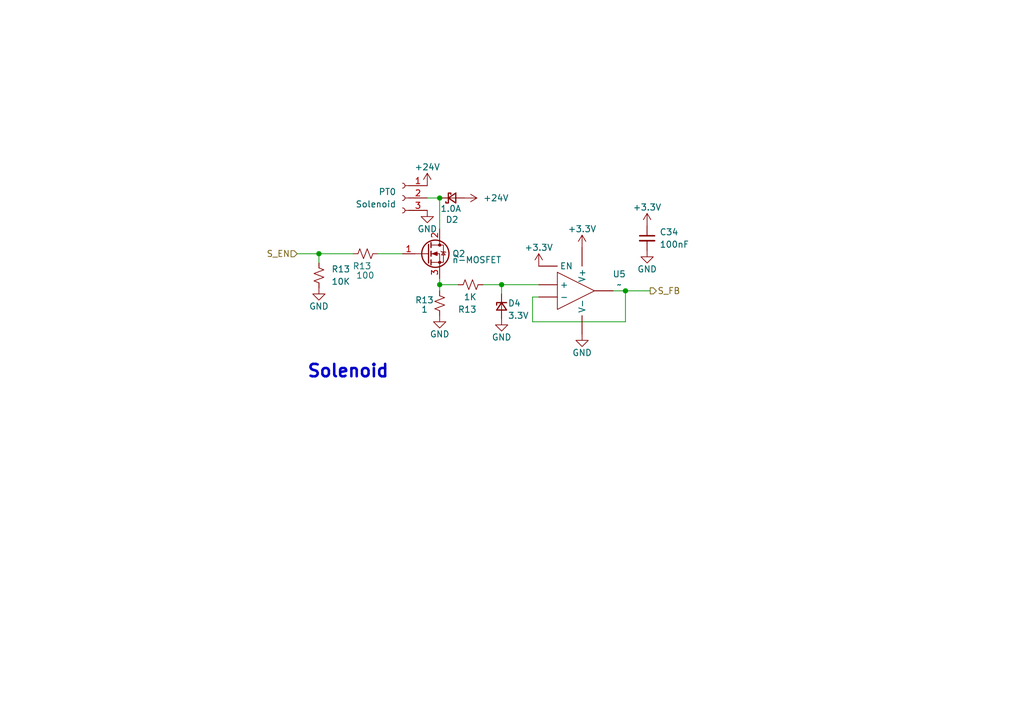
<source format=kicad_sch>
(kicad_sch (version 20230121) (generator eeschema)
  (paper "A5")
  (lib_symbols
    (symbol "UCIRP-KiCAD-Lib:C_Small" (pin_numbers hide) (pin_names (offset 0.254) hide)
      (property "Reference" "C" (at 0.254 1.778 0))
      (property "Value" "C_Small" (at 0.254 -2.032 0))
      (symbol "C_Small_0_1"
        (polyline (pts (xy -1.524 -0.508) (xy 1.524 -0.508)) (stroke (width 0.3302)))
        (polyline (pts (xy -1.524 0.508) (xy 1.524 0.508)) (stroke (width 0.3048)))
      )
      (symbol "C_Small_1_1"
        (pin passive line (at 0 2.54 270) (length 2.032) (name "~") (number "1"))
        (pin passive line (at 0 -2.54 90) (length 2.032) (name "~") (number "2"))
      )
    )
    (symbol "UCIRP-KiCAD-Lib:Conn_01x03_Female" (pin_names (offset 1.016) hide)
      (property "Reference" "J" (at 0 5.08 0))
      (property "Value" "Conn_01x03_Female" (at 0 -5.08 0))
      (symbol "Conn_01x03_Female_1_1"
        (arc (start 0 -2.032) (mid -0.5058 -2.54) (end 0 -3.048) (stroke (width 0.1524)))
        (polyline (pts (xy -1.27 -2.54) (xy -0.508 -2.54)) (stroke (width 0.1524)))
        (polyline (pts (xy -1.27 0) (xy -0.508 0)) (stroke (width 0.1524)))
        (polyline (pts (xy -1.27 2.54) (xy -0.508 2.54)) (stroke (width 0.1524)))
        (arc (start 0 0.508) (mid -0.5058 0) (end 0 -0.508) (stroke (width 0.1524)))
        (arc (start 0 3.048) (mid -0.5058 2.54) (end 0 2.032) (stroke (width 0.1524)))
        (pin passive line (at -5.08 2.54 0) (length 3.81) (name "Pin_1") (number "1"))
        (pin passive line (at -5.08 0 0) (length 3.81) (name "Pin_2") (number "2"))
        (pin passive line (at -5.08 -2.54 0) (length 3.81) (name "Pin_3") (number "3"))
      )
    )
    (symbol "UCIRP-KiCAD-Lib:D_Schottky_Small" (pin_numbers hide) (pin_names (offset 0.254) hide)
      (property "Reference" "D" (at -1.27 2.032 0))
      (property "Value" "D_Schottky_Small" (at -7.112 -2.032 0))
      (symbol "D_Schottky_Small_0_1"
        (polyline (pts (xy -0.762 0) (xy 0.762 0)))
        (polyline (pts (xy 0.762 -1.016) (xy -0.762 0) (xy 0.762 1.016) (xy 0.762 -1.016)) (stroke (width 0.254)))
        (polyline (pts (xy -1.27 0.762) (xy -1.27 1.016) (xy -0.762 1.016) (xy -0.762 -1.016) (xy -0.254 -1.016) (xy -0.254 -0.762)) (stroke (width 0.254)))
      )
      (symbol "D_Schottky_Small_1_1"
        (pin passive line (at -2.54 0 0) (length 1.778) (name "K") (number "1"))
        (pin passive line (at 2.54 0 180) (length 1.778) (name "A") (number "2"))
      )
    )
    (symbol "UCIRP-KiCAD-Lib:D_Zener_Small" (pin_numbers hide) (pin_names (offset 0.254) hide)
      (property "Reference" "D" (at 0 2.286 0))
      (property "Value" "D_Zener_Small" (at 0 -2.286 0))
      (symbol "D_Zener_Small_0_1"
        (polyline (pts (xy 0.762 0) (xy -0.762 0)))
        (polyline (pts (xy -0.254 1.016) (xy -0.762 1.016) (xy -0.762 -1.016)) (stroke (width 0.254)))
        (polyline (pts (xy 0.762 1.016) (xy -0.762 0) (xy 0.762 -1.016) (xy 0.762 1.016)) (stroke (width 0.254)))
      )
      (symbol "D_Zener_Small_1_1"
        (pin passive line (at -2.54 0 0) (length 1.778) (name "K") (number "1"))
        (pin passive line (at 2.54 0 180) (length 1.778) (name "A") (number "2"))
      )
    )
    (symbol "UCIRP-KiCAD-Lib:OPA357" (pin_numbers hide)
      (property "Reference" "U" (at 8.89 7.62 0))
      (property "Value" "OPA357" (at 8.89 5.08 0))
      (symbol "OPA357_0_1"
        (polyline (pts (xy -2.54 3.81) (xy -2.54 -3.81) (xy 5.08 0) (xy -2.54 3.81)) (stroke (width 0.1524)))
      )
      (symbol "OPA357_1_1"
        (pin output line (at 8.89 0 180) (length 3.81) (name "") (number "1"))
        (pin power_in line (at 2.54 -8.89 90) (length 3.81) (name "V-") (number "2"))
        (pin input line (at -6.35 1.27 0) (length 3.81) (name "+") (number "3"))
        (pin input line (at -6.35 -1.27 0) (length 3.81) (name "-") (number "4"))
        (pin input line (at -6.35 5.08 0) (length 3.81) (name "EN") (number "5"))
        (pin power_in line (at 2.54 8.89 270) (length 3.81) (name "V+") (number "6"))
      )
    )
    (symbol "UCIRP-KiCAD-Lib:Q_NMOS_GDS" (pin_names (offset 0) hide)
      (property "Reference" "Q" (at 5.08 1.27 0))
      (property "Value" "Q_NMOS_GDS" (at 5.08 -1.27 0))
      (symbol "Q_NMOS_GDS_0_1"
        (polyline (pts (xy 0.254 0) (xy -2.54 0)))
        (polyline (pts (xy 0.254 1.905) (xy 0.254 -1.905)) (stroke (width 0.254)))
        (polyline (pts (xy 0.762 -1.27) (xy 0.762 -2.286)) (stroke (width 0.254)))
        (polyline (pts (xy 0.762 0.508) (xy 0.762 -0.508)) (stroke (width 0.254)))
        (polyline (pts (xy 0.762 2.286) (xy 0.762 1.27)) (stroke (width 0.254)))
        (polyline (pts (xy 2.54 2.54) (xy 2.54 1.778)))
        (polyline (pts (xy 2.54 -2.54) (xy 2.54 0) (xy 0.762 0)))
        (polyline (pts (xy 0.762 -1.778) (xy 3.302 -1.778) (xy 3.302 1.778) (xy 0.762 1.778)))
        (polyline (pts (xy 1.016 0) (xy 2.032 0.381) (xy 2.032 -0.381) (xy 1.016 0)) (fill (type outline)))
        (polyline (pts (xy 2.794 0.508) (xy 2.921 0.381) (xy 3.683 0.381) (xy 3.81 0.254)))
        (polyline (pts (xy 3.302 0.381) (xy 2.921 -0.254) (xy 3.683 -0.254) (xy 3.302 0.381)))
        (circle (center 1.651 0) (radius 2.794) (stroke (width 0.254)))
        (circle (center 2.54 -1.778) (radius 0.254) (fill (type outline)))
        (circle (center 2.54 1.778) (radius 0.254) (fill (type outline)))
      )
      (symbol "Q_NMOS_GDS_1_1"
        (pin input line (at -5.08 0 0) (length 2.54) (name "G") (number "1"))
        (pin passive line (at 2.54 5.08 270) (length 2.54) (name "D") (number "2"))
        (pin passive line (at 2.54 -5.08 90) (length 2.54) (name "S") (number "3"))
      )
    )
    (symbol "UCIRP-KiCAD-Lib:R_Small_US" (pin_numbers hide) (pin_names (offset 0.254) hide)
      (property "Reference" "R" (at 0.762 0.508 0))
      (property "Value" "R_Small_US" (at 0.762 -1.016 0))
      (symbol "R_Small_US_1_1"
        (polyline (pts (xy 0 0) (xy 1.016 -0.381) (xy 0 -0.762) (xy -1.016 -1.143) (xy 0 -1.524)))
        (polyline (pts (xy 0 1.524) (xy 1.016 1.143) (xy 0 0.762) (xy -1.016 0.381) (xy 0 0)))
        (pin passive line (at 0 2.54 270) (length 1.016) (name "~") (number "1"))
        (pin passive line (at 0 -2.54 90) (length 1.016) (name "~") (number "2"))
      )
    )
    (symbol "power:+24V" (power) (pin_names (offset 0))
      (property "Value" "+24V" (at 0 3.556 0))
      (symbol "+24V_0_1"
        (polyline (pts (xy -0.762 1.27) (xy 0 2.54)))
        (polyline (pts (xy 0 0) (xy 0 2.54)))
        (polyline (pts (xy 0 2.54) (xy 0.762 1.27)))
      )
      (symbol "+24V_1_1"
        (pin power_in line (at 0 0 90) (length 0) hide (name "+24V") (number "1"))
      )
    )
    (symbol "power:+3.3V" (power) (pin_names (offset 0))
      (property "Value" "+3.3V" (at 0 3.556 0))
      (symbol "+3.3V_0_1"
        (polyline (pts (xy -0.762 1.27) (xy 0 2.54)))
        (polyline (pts (xy 0 0) (xy 0 2.54)))
        (polyline (pts (xy 0 2.54) (xy 0.762 1.27)))
      )
      (symbol "+3.3V_1_1"
        (pin power_in line (at 0 0 90) (length 0) hide (name "+3.3V") (number "1"))
      )
    )
    (symbol "power:GND" (power) (pin_names (offset 0))
      (property "Value" "GND" (at 0 -3.81 0))
      (symbol "GND_0_1"
        (polyline (pts (xy 0 0) (xy 0 -1.27) (xy 1.27 -1.27) (xy 0 -2.54) (xy -1.27 -1.27) (xy 0 -1.27)))
      )
      (symbol "GND_1_1"
        (pin power_in line (at 0 0 270) (length 0) hide (name "GND") (number "1"))
      )
    )
  )
  (junction (at 90.17 40.64))
  (junction (at 90.17 58.42))
  (junction (at 65.405 52.07))
  (junction (at 128.27 59.69))
  (junction (at 102.87 58.42))
  (wire (pts (xy 60.96 52.07) (xy 65.405 52.07)))
  (wire (pts (xy 102.87 58.42) (xy 110.49 58.42)))
  (wire (pts (xy 109.22 60.96) (xy 109.22 66.04)))
  (wire (pts (xy 87.63 40.64) (xy 90.17 40.64)))
  (wire (pts (xy 109.22 60.96) (xy 110.49 60.96)))
  (wire (pts (xy 128.27 59.69) (xy 133.35 59.69)))
  (wire (pts (xy 102.87 58.42) (xy 102.87 60.325)))
  (wire (pts (xy 90.17 58.42) (xy 90.17 59.69)))
  (wire (pts (xy 65.405 52.07) (xy 65.405 53.975)))
  (wire (pts (xy 90.17 58.42) (xy 93.98 58.42)))
  (wire (pts (xy 77.47 52.07) (xy 82.55 52.07)))
  (wire (pts (xy 128.27 66.04) (xy 128.27 59.69)))
  (wire (pts (xy 128.27 59.69) (xy 125.73 59.69)))
  (wire (pts (xy 65.405 52.07) (xy 72.39 52.07)))
  (wire (pts (xy 90.17 40.64) (xy 90.17 46.99)))
  (wire (pts (xy 109.22 66.04) (xy 128.27 66.04)))
  (wire (pts (xy 99.06 58.42) (xy 102.87 58.42)))
  (wire (pts (xy 90.17 57.15) (xy 90.17 58.42)))
  (text "Solenoid\n\n" (at 62.865 81.915 0) (effects (font (size 2.55 2.55) (thickness 0.51) bold) (justify left bottom)))
  (hierarchical_label "S_FB" (shape output) (at 133.35 59.69 0))
  (hierarchical_label "S_EN" (shape input) (at 60.96 52.07 180))
  (symbol (lib_id "UCIRP-KiCAD-Lib:R_Small_US") (at 74.93 52.07 90) (unit 1)
    (property "Reference" "R13" (at 76.2 54.61 90) (effects (justify left)))
    (property "Value" "100" (at 76.835 56.515 90) (effects (justify left)))
    (property "Footprint" "Resistor_SMD:R_0402_1005Metric" (effects hide))
    (property "Manufacturer" "Generic" (effects hide))
    (property "Part #" "Generic 100 0402 Resistor" (effects hide))
    (instances (project "ECU_2.0_Proto1" (path "" (reference "R13") (unit 1))) (project "ECU" (path "" (reference "R16") (unit 1))) (project "PT_reading" (path "" (reference "R19") (unit 1))) (project "rocket2-gse" (path "" (reference "R9") (unit 1))) (project "ECU_1.0_Final" (path "" (reference "R4") (unit 1))) (project "rocket2-gse-hardware" (path "" (reference "R3") (unit 1)) (path "" (reference "R7") (unit 1)) (path "" (reference "R11") (unit 1)) (path "" (reference "R15") (unit 1)) (path "" (reference "R19") (unit 1)) (path "" (reference "R23") (unit 1)) (path "" (reference "R27") (unit 1)) (path "" (reference "R31") (unit 1)) (path "" (reference "R35") (unit 1))))
  )
  (symbol (lib_id "power:GND") (at 90.17 64.77 0) (unit 1)
    (property "Reference" "#PWR0129" (effects hide))
    (property "Value" "GND" (at 90.17 68.58 0))
    (instances (project "ECU_2.0_Proto1" (path "" (reference "#PWR0129") (unit 1))) (project "ECU" (path "" (reference "#PWR098") (unit 1))) (project "PT_reading" (path "" (reference "#PWR02") (unit 1))) (project "rocket2-gse" (path "" (reference "#PWR053") (unit 1))) (project "ECU_1.0_Final" (path "" (reference "#PWR030") (unit 1))) (project "rocket2-gse-hardware" (path "" (reference "#PWR03") (unit 1)) (path "" (reference "#PWR013") (unit 1)) (path "" (reference "#PWR023") (unit 1)) (path "" (reference "#PWR033") (unit 1)) (path "" (reference "#PWR043") (unit 1)) (path "" (reference "#PWR053") (unit 1)) (path "" (reference "#PWR063") (unit 1)) (path "" (reference "#PWR0184") (unit 1)) (path "" (reference "#PWR073") (unit 1))))
  )
  (symbol (lib_id "power:+3.3V") (at 119.38 50.8 0) (unit 1)
    (property "Reference" "#PWR066" (effects hide))
    (property "Value" "+3.3V" (at 119.38 46.99 0))
    (instances (project "rocket2-gse" (path "" (reference "#PWR066") (unit 1))) (project "ECU_1.0_Final" (path "" (reference "#PWR032") (unit 1))) (project "rocket2-gse-hardware" (path "" (reference "#PWR07") (unit 1)) (path "" (reference "#PWR017") (unit 1)) (path "" (reference "#PWR027") (unit 1)) (path "" (reference "#PWR037") (unit 1)) (path "" (reference "#PWR047") (unit 1)) (path "" (reference "#PWR057") (unit 1)) (path "" (reference "#PWR067") (unit 1)) (path "" (reference "#PWR0225") (unit 1)) (path "" (reference "#PWR077") (unit 1))))
  )
  (symbol (lib_id "power:+3.3V") (at 110.49 54.61 0) (unit 1)
    (property "Reference" "#PWR061" (effects hide))
    (property "Value" "+3.3V" (at 110.49 50.8 0))
    (instances (project "rocket2-gse" (path "" (reference "#PWR061") (unit 1))) (project "ECU_1.0_Final" (path "" (reference "#PWR022") (unit 1))) (project "rocket2-gse-hardware" (path "" (reference "#PWR06") (unit 1)) (path "" (reference "#PWR016") (unit 1)) (path "" (reference "#PWR026") (unit 1)) (path "" (reference "#PWR036") (unit 1)) (path "" (reference "#PWR046") (unit 1)) (path "" (reference "#PWR056") (unit 1)) (path "" (reference "#PWR066") (unit 1)) (path "" (reference "#PWR0226") (unit 1)) (path "" (reference "#PWR076") (unit 1))))
  )
  (symbol (lib_id "UCIRP-KiCAD-Lib:OPA357") (at 116.84 59.69 0) (unit 1)
    (property "Reference" "U5" (at 127 56.2611 0))
    (property "Value" "~" (at 127 58.42 0))
    (property "Footprint" "Package_TO_SOT_SMD:SOT-23-6" (effects hide))
    (property "Datasheet" "https://rocelec.widen.net/view/pdf/tqd35j5qps/opa2357.pdf?t.download=true&u=5oefqw" (effects hide))
    (property "Manufacturer" "TI" (effects hide))
    (property "Part #" "OPA357AIDBVT" (effects hide))
    (instances (project "rocket2-gse" (path "" (reference "U5") (unit 1))) (project "ECU_1.0_Final" (path "" (reference "U2") (unit 1))) (project "rocket2-gse-hardware" (path "" (reference "U2") (unit 1)) (path "" (reference "U3") (unit 1)) (path "" (reference "U4") (unit 1)) (path "" (reference "U5") (unit 1)) (path "" (reference "U6") (unit 1)) (path "" (reference "U7") (unit 1)) (path "" (reference "U8") (unit 1)) (path "" (reference "U9") (unit 1)) (path "" (reference "U10") (unit 1))))
  )
  (symbol (lib_id "UCIRP-KiCAD-Lib:R_Small_US") (at 65.405 56.515 0) (unit 1)
    (property "Reference" "R13" (at 67.945 55.245 0) (effects (justify left)))
    (property "Value" "10K" (at 67.945 57.785 0) (effects (justify left)))
    (property "Footprint" "Resistor_SMD:R_0402_1005Metric" (effects hide))
    (property "Manufacturer" "Generic" (effects hide))
    (property "Part #" "Generic 10K 0402 Resistor" (effects hide))
    (instances (project "ECU_2.0_Proto1" (path "" (reference "R13") (unit 1))) (project "ECU" (path "" (reference "R16") (unit 1))) (project "PT_reading" (path "" (reference "R19") (unit 1))) (project "rocket2-gse" (path "" (reference "R9") (unit 1))) (project "ECU_1.0_Final" (path "" (reference "R4") (unit 1))) (project "rocket2-gse-hardware" (path "" (reference "R2") (unit 1)) (path "" (reference "R6") (unit 1)) (path "" (reference "R10") (unit 1)) (path "" (reference "R14") (unit 1)) (path "" (reference "R18") (unit 1)) (path "" (reference "R22") (unit 1)) (path "" (reference "R26") (unit 1)) (path "" (reference "R30") (unit 1)) (path "" (reference "R34") (unit 1))))
  )
  (symbol (lib_id "UCIRP-KiCAD-Lib:Q_NMOS_GDS") (at 87.63 52.07 0) (unit 1)
    (property "Reference" "Q2" (at 92.71 52.07 0) (effects (justify left)))
    (property "Value" "n-MOSFET" (at 92.71 53.34 0) (effects (justify left)))
    (property "Footprint" "Package_TO_SOT_SMD:SOT-23-3" (effects hide))
    (property "Datasheet" "https://www.diodes.com/assets/Datasheets/DMG3402L.pdf" (effects hide))
    (property "Manufacturer" "Diodes" (effects hide))
    (property "Part #" "DMG3402L" (effects hide))
    (instances (project "ECU" (path "" (reference "Q2") (unit 1))) (project "rocket2-gse" (path "" (reference "Q2") (unit 1))) (project "ECU_1.0_Final" (path "" (reference "Q1") (unit 1))) (project "rocket2-gse-hardware" (path "" (reference "Q1") (unit 1)) (path "" (reference "Q2") (unit 1)) (path "" (reference "Q3") (unit 1)) (path "" (reference "Q4") (unit 1)) (path "" (reference "Q5") (unit 1)) (path "" (reference "Q6") (unit 1)) (path "" (reference "Q7") (unit 1)) (path "" (reference "Q8") (unit 1)) (path "" (reference "Q9") (unit 1))))
  )
  (symbol (lib_id "power:+24V") (at 87.63 38.1 0) (unit 1)
    (property "Reference" "#PWR055" (effects hide))
    (property "Value" "+24V" (at 87.63 34.29 0))
    (instances (project "rocket2-gse" (path "" (reference "#PWR055") (unit 1))) (project "ECU_1.0_Final" (path "" (reference "#PWR020") (unit 1))) (project "rocket2-gse-hardware" (path "" (reference "#PWR04") (unit 1)) (path "" (reference "#PWR014") (unit 1)) (path "" (reference "#PWR024") (unit 1)) (path "" (reference "#PWR034") (unit 1)) (path "" (reference "#PWR044") (unit 1)) (path "" (reference "#PWR054") (unit 1)) (path "" (reference "#PWR064") (unit 1)) (path "" (reference "#PWR0228") (unit 1)) (path "" (reference "#PWR074") (unit 1))))
  )
  (symbol (lib_id "UCIRP-KiCAD-Lib:C_Small") (at 132.715 48.895 0) (unit 1)
    (property "Reference" "C34" (at 135.255 47.625 0) (effects (justify left)))
    (property "Value" "100nF" (at 135.255 50.165 0) (effects (justify left)))
    (property "Footprint" "Capacitor_SMD:C_0402_1005Metric" (effects hide))
    (property "Manufacturer" "Generic" (effects hide))
    (property "Part #" "Generic 100nF 0402 Capacitor" (effects hide))
    (instances (project "ECU_2.0_Proto1" (path "" (reference "C34") (unit 1))) (project "ECU" (path "" (reference "C15") (unit 1))) (project "PT_reading" (path "" (reference "C13") (unit 1))) (project "rocket2-gse" (path "" (reference "C12") (unit 1))) (project "ECU_1.0_Final" (path "" (reference "C11") (unit 1))) (project "rocket2-gse-hardware" (path "" (reference "C10") (unit 1)) (path "" (reference "C11") (unit 1)) (path "" (reference "C12") (unit 1)) (path "" (reference "C13") (unit 1)) (path "" (reference "C14") (unit 1)) (path "" (reference "C15") (unit 1)) (path "" (reference "C16") (unit 1)) (path "" (reference "C17") (unit 1)) (path "" (reference "C18") (unit 1))))
  )
  (symbol (lib_id "UCIRP-KiCAD-Lib:D_Zener_Small") (at 102.87 62.865 90) (mirror x) (unit 1)
    (property "Reference" "D4" (at 104.14 62.23 90) (effects (justify right)))
    (property "Value" "3.3V" (at 104.14 64.77 90) (effects (justify right)))
    (property "Footprint" "Diode_SMD:D_SOD-123" (effects hide))
    (property "Datasheet" "https://www.onsemi.com/pdf/datasheet/mmsz4678t1-d.pdf" (effects hide))
    (property "Manufacturer" "onsemi" (effects hide))
    (property "Part #" "MMSZ4684T1G" (effects hide))
    (instances (project "ECU_2.0_Proto1" (path "" (reference "D4") (unit 1))) (project "PT_reading" (path "" (reference "D7") (unit 1))) (project "rocket2-gse" (path "" (reference "D9") (unit 1))) (project "ECU_1.0_Final" (path "" (reference "D3") (unit 1))) (project "rocket2-gse-hardware" (path "" (reference "D2") (unit 1)) (path "" (reference "D4") (unit 1)) (path "" (reference "D6") (unit 1)) (path "" (reference "D8") (unit 1)) (path "" (reference "D10") (unit 1)) (path "" (reference "D12") (unit 1)) (path "" (reference "D14") (unit 1)) (path "" (reference "D16") (unit 1)) (path "" (reference "D18") (unit 1))))
  )
  (symbol (lib_id "power:GND") (at 132.715 51.435 0) (unit 1)
    (property "Reference" "#PWR0117" (effects hide))
    (property "Value" "GND" (at 132.715 55.245 0))
    (instances (project "ECU_2.0_Proto1" (path "" (reference "#PWR0117") (unit 1))) (project "ECU" (path "" (reference "#PWR0110") (unit 1))) (project "PT_reading" (path "" (reference "#PWR048") (unit 1))) (project "rocket2-gse" (path "" (reference "#PWR074") (unit 1))) (project "ECU_1.0_Final" (path "" (reference "#PWR035") (unit 1))) (project "rocket2-gse-hardware" (path "" (reference "#PWR010") (unit 1)) (path "" (reference "#PWR020") (unit 1)) (path "" (reference "#PWR030") (unit 1)) (path "" (reference "#PWR040") (unit 1)) (path "" (reference "#PWR050") (unit 1)) (path "" (reference "#PWR060") (unit 1)) (path "" (reference "#PWR070") (unit 1)) (path "" (reference "#PWR0185") (unit 1)) (path "" (reference "#PWR080") (unit 1))))
  )
  (symbol (lib_id "power:+3.3V") (at 132.715 46.355 0) (unit 1)
    (property "Reference" "#PWR073" (effects hide))
    (property "Value" "+3.3V" (at 132.715 42.545 0))
    (instances (project "rocket2-gse" (path "" (reference "#PWR073") (unit 1))) (project "ECU_1.0_Final" (path "" (reference "#PWR034") (unit 1))) (project "rocket2-gse-hardware" (path "" (reference "#PWR09") (unit 1)) (path "" (reference "#PWR019") (unit 1)) (path "" (reference "#PWR029") (unit 1)) (path "" (reference "#PWR039") (unit 1)) (path "" (reference "#PWR049") (unit 1)) (path "" (reference "#PWR059") (unit 1)) (path "" (reference "#PWR069") (unit 1)) (path "" (reference "#PWR0223") (unit 1)) (path "" (reference "#PWR079") (unit 1))))
  )
  (symbol (lib_id "power:GND") (at 65.405 59.055 0) (unit 1)
    (property "Reference" "#PWR0129" (effects hide))
    (property "Value" "GND" (at 65.405 62.865 0))
    (instances (project "ECU_2.0_Proto1" (path "" (reference "#PWR0129") (unit 1))) (project "ECU" (path "" (reference "#PWR098") (unit 1))) (project "PT_reading" (path "" (reference "#PWR02") (unit 1))) (project "rocket2-gse" (path "" (reference "#PWR047") (unit 1))) (project "ECU_1.0_Final" (path "" (reference "#PWR029") (unit 1))) (project "rocket2-gse-hardware" (path "" (reference "#PWR01") (unit 1)) (path "" (reference "#PWR011") (unit 1)) (path "" (reference "#PWR021") (unit 1)) (path "" (reference "#PWR031") (unit 1)) (path "" (reference "#PWR041") (unit 1)) (path "" (reference "#PWR051") (unit 1)) (path "" (reference "#PWR061") (unit 1)) (path "" (reference "#PWR0183") (unit 1)) (path "" (reference "#PWR071") (unit 1))))
  )
  (symbol (lib_id "power:+24V") (at 95.25 40.64 270) (unit 1)
    (property "Reference" "#PWR010" (effects hide))
    (property "Value" "+24V" (at 99.06 40.64 90) (effects (justify left)))
    (instances (project "ECU" (path "" (reference "#PWR010") (unit 1))) (project "rocket2-gse" (path "" (reference "#PWR051") (unit 1))) (project "ECU_1.0_Final" (path "" (reference "#PWR021") (unit 1))) (project "rocket2-gse-hardware" (path "" (reference "#PWR02") (unit 1)) (path "" (reference "#PWR012") (unit 1)) (path "" (reference "#PWR022") (unit 1)) (path "" (reference "#PWR032") (unit 1)) (path "" (reference "#PWR042") (unit 1)) (path "" (reference "#PWR052") (unit 1)) (path "" (reference "#PWR062") (unit 1)) (path "" (reference "#PWR0227") (unit 1)) (path "" (reference "#PWR072") (unit 1))))
  )
  (symbol (lib_id "UCIRP-KiCAD-Lib:R_Small_US") (at 90.17 62.23 0) (unit 1)
    (property "Reference" "R13" (at 85.09 61.595 0) (effects (justify left)))
    (property "Value" "1" (at 86.36 63.5 0) (effects (justify left)))
    (property "Footprint" "Resistor_SMD:R_1206_3216Metric" (effects hide))
    (property "Manufacturer" "Generic" (effects hide))
    (property "Part #" "Generic 1 1206 Resistor" (effects hide))
    (instances (project "ECU_2.0_Proto1" (path "" (reference "R13") (unit 1))) (project "ECU" (path "" (reference "R16") (unit 1))) (project "PT_reading" (path "" (reference "R19") (unit 1))) (project "rocket2-gse" (path "" (reference "R12") (unit 1))) (project "ECU_1.0_Final" (path "" (reference "R5") (unit 1))) (project "rocket2-gse-hardware" (path "" (reference "R4") (unit 1)) (path "" (reference "R8") (unit 1)) (path "" (reference "R12") (unit 1)) (path "" (reference "R16") (unit 1)) (path "" (reference "R20") (unit 1)) (path "" (reference "R24") (unit 1)) (path "" (reference "R28") (unit 1)) (path "" (reference "R32") (unit 1)) (path "" (reference "R36") (unit 1))))
  )
  (symbol (lib_id "UCIRP-KiCAD-Lib:D_Schottky_Small") (at 92.71 40.64 0) (mirror x) (unit 1)
    (property "Reference" "D2" (at 92.71 45.085 0))
    (property "Value" "1.0A" (at 92.456 42.8189 0))
    (property "Footprint" "Diode_SMD:D_SMA" (effects hide))
    (property "Datasheet" "https://www.smc-diodes.com/propdf/S1A-S1M%20N0560%20REV.B.pdf" (effects hide))
    (property "Manufacturer" "Diodes" (effects hide))
    (property "Part #" "S1M" (effects hide))
    (instances (project "ECU" (path "" (reference "D2") (unit 1))) (project "rocket2-gse" (path "" (reference "D6") (unit 1))) (project "ECU_1.0_Final" (path "" (reference "D1") (unit 1))) (project "rocket2-gse-hardware" (path "" (reference "D1") (unit 1)) (path "" (reference "D3") (unit 1)) (path "" (reference "D5") (unit 1)) (path "" (reference "D7") (unit 1)) (path "" (reference "D9") (unit 1)) (path "" (reference "D11") (unit 1)) (path "" (reference "D13") (unit 1)) (path "" (reference "D15") (unit 1)) (path "" (reference "D17") (unit 1))))
  )
  (symbol (lib_id "UCIRP-KiCAD-Lib:Conn_01x03_Female") (at 82.55 40.64 0) (mirror y) (unit 1)
    (property "Reference" "PT0" (at 81.28 39.37 0) (effects (justify left)))
    (property "Value" "Solenoid" (at 81.28 41.91 0) (effects (justify left)))
    (property "Footprint" "TerminalBlock:TerminalBlock_bornier-3_P5.08mm" (effects hide))
    (property "Manufacturer" "Generic" (effects hide))
    (property "Part #" "Generic 3x5.08 Screw Terminal" (effects hide))
    (instances (project "ECU_2.0_Proto1" (path "" (reference "PT0") (unit 1))) (project "ECU" (path "" (reference "J16") (unit 1))) (project "PT_reading" (path "" (reference "PT1") (unit 1))) (project "rocket2-gse" (path "" (reference "PT1") (unit 1))) (project "ECU_1.0_Final" (path "" (reference "PT1") (unit 1))) (project "rocket2-gse-hardware" (path "" (reference "PT2") (unit 1)) (path "" (reference "PT3") (unit 1)) (path "" (reference "PT0") (unit 1)) (path "" (reference "PT1") (unit 1)) (path "" (reference "S0") (unit 1)) (path "" (reference "S1") (unit 1)) (path "" (reference "S2") (unit 1)) (path "" (reference "S3") (unit 1)) (path "" (reference "S4") (unit 1)) (path "" (reference "S5") (unit 1)) (path "" (reference "S6") (unit 1)) (path "" (reference "S7") (unit 1)) (path "" (reference "S8") (unit 1))))
  )
  (symbol (lib_id "UCIRP-KiCAD-Lib:R_Small_US") (at 96.52 58.42 90) (unit 1)
    (property "Reference" "R13" (at 97.79 63.5 90) (effects (justify left)))
    (property "Value" "1K" (at 97.79 60.96 90) (effects (justify left)))
    (property "Footprint" "Resistor_SMD:R_0402_1005Metric" (effects hide))
    (property "Manufacturer" "Generic" (effects hide))
    (property "Part #" "Generic 1K 0402 Resistor" (effects hide))
    (instances (project "ECU_2.0_Proto1" (path "" (reference "R13") (unit 1))) (project "ECU" (path "" (reference "R16") (unit 1))) (project "PT_reading" (path "" (reference "R19") (unit 1))) (project "rocket2-gse" (path "" (reference "R14") (unit 1))) (project "ECU_1.0_Final" (path "" (reference "R1") (unit 1))) (project "rocket2-gse-hardware" (path "" (reference "R5") (unit 1)) (path "" (reference "R9") (unit 1)) (path "" (reference "R13") (unit 1)) (path "" (reference "R17") (unit 1)) (path "" (reference "R21") (unit 1)) (path "" (reference "R25") (unit 1)) (path "" (reference "R29") (unit 1)) (path "" (reference "R33") (unit 1)) (path "" (reference "R37") (unit 1))))
  )
  (symbol (lib_id "power:GND") (at 119.38 68.58 0) (unit 1)
    (property "Reference" "#PWR0141" (effects hide))
    (property "Value" "GND" (at 119.38 72.39 0))
    (instances (project "ECU_2.0_Proto1" (path "" (reference "#PWR0141") (unit 1))) (project "ECU" (path "" (reference "#PWR0104") (unit 1))) (project "PT_reading" (path "" (reference "#PWR05") (unit 1))) (project "rocket2-gse" (path "" (reference "#PWR067") (unit 1))) (project "ECU_1.0_Final" (path "" (reference "#PWR033") (unit 1))) (project "rocket2-gse-hardware" (path "" (reference "#PWR08") (unit 1)) (path "" (reference "#PWR018") (unit 1)) (path "" (reference "#PWR028") (unit 1)) (path "" (reference "#PWR038") (unit 1)) (path "" (reference "#PWR048") (unit 1)) (path "" (reference "#PWR058") (unit 1)) (path "" (reference "#PWR068") (unit 1)) (path "" (reference "#PWR0224") (unit 1)) (path "" (reference "#PWR078") (unit 1))))
  )
  (symbol (lib_id "power:GND") (at 102.87 65.405 0) (unit 1)
    (property "Reference" "#PWR0132" (effects hide))
    (property "Value" "GND" (at 102.87 69.215 0))
    (instances (project "ECU_2.0_Proto1" (path "" (reference "#PWR0132") (unit 1))) (project "ECU" (path "" (reference "#PWR098") (unit 1))) (project "PT_reading" (path "" (reference "#PWR070") (unit 1))) (project "rocket2-gse" (path "" (reference "#PWR058") (unit 1))) (project "ECU_1.0_Final" (path "" (reference "#PWR031") (unit 1))) (project "rocket2-gse-hardware" (path "" (reference "#PWR05") (unit 1)) (path "" (reference "#PWR015") (unit 1)) (path "" (reference "#PWR025") (unit 1)) (path "" (reference "#PWR035") (unit 1)) (path "" (reference "#PWR045") (unit 1)) (path "" (reference "#PWR055") (unit 1)) (path "" (reference "#PWR065") (unit 1)) (path "" (reference "#PWR0172") (unit 1)) (path "" (reference "#PWR075") (unit 1))))
  )
  (symbol (lib_id "power:GND") (at 87.63 43.18 0) (unit 1)
    (property "Reference" "#PWR0129" (effects hide))
    (property "Value" "GND" (at 87.63 46.99 0))
    (instances (project "ECU_2.0_Proto1" (path "" (reference "#PWR0129") (unit 1))) (project "ECU" (path "" (reference "#PWR098") (unit 1))) (project "PT_reading" (path "" (reference "#PWR02") (unit 1))) (project "rocket2-gse" (path "" (reference "#PWR047") (unit 1))) (project "ECU_1.0_Final" (path "" (reference "#PWR029") (unit 1))) (project "rocket2-gse-hardware" (path "" (reference "#PWR0211") (unit 1)) (path "" (reference "#PWR0212") (unit 1)) (path "" (reference "#PWR0213") (unit 1)) (path "" (reference "#PWR0214") (unit 1)) (path "" (reference "#PWR0229") (unit 1)) (path "" (reference "#PWR0230") (unit 1)) (path "" (reference "#PWR0231") (unit 1)) (path "" (reference "#PWR0232") (unit 1)) (path "" (reference "#PWR0233") (unit 1))))
  )
)
</source>
